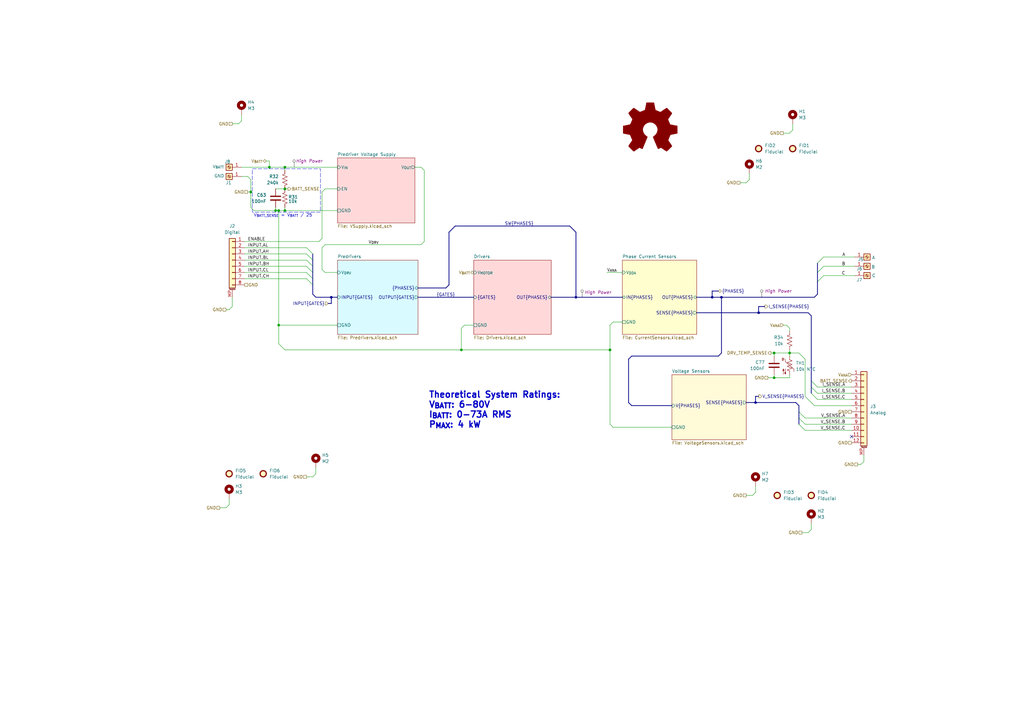
<source format=kicad_sch>
(kicad_sch (version 20231120) (generator "eeschema") (generator_version "8.0")
  (paper "A3")
  (title_block (title "3 Phase Motor Driver") (date "2024-05-19") (rev "1") (company "Crab Labs") (comment 1 "Author: Orion Serup") (comment 2 "License: CERN-OHL-W-2.0"))
  (lib_symbols
    (symbol "Connector:Screw_Terminal_01x01" (pin_names (offset 1.016) hide)
      (property "Reference" "J" (at 0 2.54 0))
      (property "Value" "Screw_Terminal_01x01" (at 0 -2.54 0))
      (symbol "Screw_Terminal_01x01_1_1"
        (rectangle (start -1.27 1.27) (end 1.27 -1.27) (stroke (width 0.254)) (fill (type background)))
        (polyline (pts (xy -0.5334 0.3302) (xy 0.3302 -0.508)) (stroke (width 0.1524)))
        (polyline (pts (xy -0.3556 0.508) (xy 0.508 -0.3302)) (stroke (width 0.1524)))
        (circle (center 0 0) (radius 0.635) (stroke (width 0.1524)))
        (pin passive line (at -5.08 0 0) (length 3.81) (name "Pin_1") (number "1"))
      )
    )
    (symbol "Connector_Generic_MountingPin:Conn_01x08_MountingPin" (pin_names (offset 1.016) hide)
      (property "Reference" "J" (at 0 10.16 0))
      (property "Value" "Conn_01x08_MountingPin" (at 1.27 -12.7 0))
      (symbol "Conn_01x08_MountingPin_1_1"
        (rectangle (start -1.27 -10.033) (end 0 -10.287) (stroke (width 0.1524)))
        (rectangle (start -1.27 -7.493) (end 0 -7.747) (stroke (width 0.1524)))
        (rectangle (start -1.27 -4.953) (end 0 -5.207) (stroke (width 0.1524)))
        (rectangle (start -1.27 -2.413) (end 0 -2.667) (stroke (width 0.1524)))
        (rectangle (start -1.27 0.127) (end 0 -0.127) (stroke (width 0.1524)))
        (rectangle (start -1.27 2.667) (end 0 2.413) (stroke (width 0.1524)))
        (rectangle (start -1.27 5.207) (end 0 4.953) (stroke (width 0.1524)))
        (rectangle (start -1.27 7.747) (end 0 7.493) (stroke (width 0.1524)))
        (rectangle (start -1.27 8.89) (end 1.27 -11.43) (stroke (width 0.254)) (fill (type background)))
        (polyline (pts (xy -1.016 -12.192) (xy 1.016 -12.192)) (stroke (width 0.1524)))
        (text "Mounting" (at 0 -11.811 0) (effects (font (size 0.381 0.381))))
        (pin passive line (at -5.08 7.62 0) (length 3.81) (name "Pin_1") (number "1"))
        (pin passive line (at -5.08 5.08 0) (length 3.81) (name "Pin_2") (number "2"))
        (pin passive line (at -5.08 2.54 0) (length 3.81) (name "Pin_3") (number "3"))
        (pin passive line (at -5.08 0 0) (length 3.81) (name "Pin_4") (number "4"))
        (pin passive line (at -5.08 -2.54 0) (length 3.81) (name "Pin_5") (number "5"))
        (pin passive line (at -5.08 -5.08 0) (length 3.81) (name "Pin_6") (number "6"))
        (pin passive line (at -5.08 -7.62 0) (length 3.81) (name "Pin_7") (number "7"))
        (pin passive line (at -5.08 -10.16 0) (length 3.81) (name "Pin_8") (number "8"))
        (pin passive line (at 0 -15.24 90) (length 3.048) (name "MountPin") (number "MP"))
      )
    )
    (symbol "Connector_Generic_MountingPin:Conn_01x12_MountingPin" (pin_names (offset 1.016) hide)
      (property "Reference" "J" (at 0 15.24 0))
      (property "Value" "Conn_01x12_MountingPin" (at 1.27 -17.78 0))
      (symbol "Conn_01x12_MountingPin_1_1"
        (rectangle (start -1.27 -15.113) (end 0 -15.367) (stroke (width 0.1524)))
        (rectangle (start -1.27 -12.573) (end 0 -12.827) (stroke (width 0.1524)))
        (rectangle (start -1.27 -10.033) (end 0 -10.287) (stroke (width 0.1524)))
        (rectangle (start -1.27 -7.493) (end 0 -7.747) (stroke (width 0.1524)))
        (rectangle (start -1.27 -4.953) (end 0 -5.207) (stroke (width 0.1524)))
        (rectangle (start -1.27 -2.413) (end 0 -2.667) (stroke (width 0.1524)))
        (rectangle (start -1.27 0.127) (end 0 -0.127) (stroke (width 0.1524)))
        (rectangle (start -1.27 2.667) (end 0 2.413) (stroke (width 0.1524)))
        (rectangle (start -1.27 5.207) (end 0 4.953) (stroke (width 0.1524)))
        (rectangle (start -1.27 7.747) (end 0 7.493) (stroke (width 0.1524)))
        (rectangle (start -1.27 10.287) (end 0 10.033) (stroke (width 0.1524)))
        (rectangle (start -1.27 12.827) (end 0 12.573) (stroke (width 0.1524)))
        (rectangle (start -1.27 13.97) (end 1.27 -16.51) (stroke (width 0.254)) (fill (type background)))
        (polyline (pts (xy -1.016 -17.272) (xy 1.016 -17.272)) (stroke (width 0.1524)))
        (text "Mounting" (at 0 -16.891 0) (effects (font (size 0.381 0.381))))
        (pin passive line (at -5.08 12.7 0) (length 3.81) (name "Pin_1") (number "1"))
        (pin passive line (at -5.08 -10.16 0) (length 3.81) (name "Pin_10") (number "10"))
        (pin passive line (at -5.08 -12.7 0) (length 3.81) (name "Pin_11") (number "11"))
        (pin passive line (at -5.08 -15.24 0) (length 3.81) (name "Pin_12") (number "12"))
        (pin passive line (at -5.08 10.16 0) (length 3.81) (name "Pin_2") (number "2"))
        (pin passive line (at -5.08 7.62 0) (length 3.81) (name "Pin_3") (number "3"))
        (pin passive line (at -5.08 5.08 0) (length 3.81) (name "Pin_4") (number "4"))
        (pin passive line (at -5.08 2.54 0) (length 3.81) (name "Pin_5") (number "5"))
        (pin passive line (at -5.08 0 0) (length 3.81) (name "Pin_6") (number "6"))
        (pin passive line (at -5.08 -2.54 0) (length 3.81) (name "Pin_7") (number "7"))
        (pin passive line (at -5.08 -5.08 0) (length 3.81) (name "Pin_8") (number "8"))
        (pin passive line (at -5.08 -7.62 0) (length 3.81) (name "Pin_9") (number "9"))
        (pin passive line (at 0 -20.32 90) (length 3.048) (name "MountPin") (number "MP"))
      )
    )
    (symbol "Device:C" (pin_numbers hide) (pin_names (offset 0.254))
      (property "Reference" "C" (at 0.635 2.54 0))
      (property "Value" "C" (at 0.635 -2.54 0))
      (symbol "C_0_1"
        (polyline (pts (xy -2.032 -0.762) (xy 2.032 -0.762)) (stroke (width 0.508)))
        (polyline (pts (xy -2.032 0.762) (xy 2.032 0.762)) (stroke (width 0.508)))
      )
      (symbol "C_1_1"
        (pin passive line (at 0 3.81 270) (length 2.794) (name "~") (number "1"))
        (pin passive line (at 0 -3.81 90) (length 2.794) (name "~") (number "2"))
      )
    )
    (symbol "Device:R_US" (pin_numbers hide) (pin_names (offset 0))
      (property "Reference" "R" (at 2.54 0 90))
      (property "Value" "R_US" (at -2.54 0 90))
      (symbol "R_US_0_1"
        (polyline (pts (xy 0 -2.286) (xy 0 -2.54)))
        (polyline (pts (xy 0 2.286) (xy 0 2.54)))
        (polyline (pts (xy 0 -0.762) (xy 1.016 -1.143) (xy 0 -1.524) (xy -1.016 -1.905) (xy 0 -2.286)))
        (polyline (pts (xy 0 0.762) (xy 1.016 0.381) (xy 0 0) (xy -1.016 -0.381) (xy 0 -0.762)))
        (polyline (pts (xy 0 2.286) (xy 1.016 1.905) (xy 0 1.524) (xy -1.016 1.143) (xy 0 0.762)))
      )
      (symbol "R_US_1_1"
        (pin passive line (at 0 3.81 270) (length 1.27) (name "~") (number "1"))
        (pin passive line (at 0 -3.81 90) (length 1.27) (name "~") (number "2"))
      )
    )
    (symbol "Device:Thermistor_NTC_US" (pin_numbers hide) (pin_names (offset 0))
      (property "Reference" "TH" (at -4.445 0 90))
      (property "Value" "Thermistor_NTC_US" (at 3.175 0 90))
      (symbol "Thermistor_NTC_US_0_1"
        (arc (start -3.048 2.159) (mid -3.0495 2.3143) (end -3.175 2.413))
        (arc (start -3.048 2.159) (mid -2.9736 1.9794) (end -2.794 1.905))
        (arc (start -3.048 2.794) (mid -2.9736 2.6144) (end -2.794 2.54))
        (arc (start -2.794 1.905) (mid -2.6144 1.9794) (end -2.54 2.159))
        (arc (start -2.794 2.54) (mid -2.4393 2.5587) (end -2.159 2.794))
        (arc (start -2.794 3.048) (mid -2.9736 2.9736) (end -3.048 2.794))
        (arc (start -2.54 2.794) (mid -2.6144 2.9736) (end -2.794 3.048))
        (polyline (pts (xy -2.54 2.159) (xy -2.54 2.794)))
        (polyline (pts (xy 0 -2.286) (xy 0 -2.54)))
        (polyline (pts (xy 0 2.286) (xy 0 2.54)))
        (polyline (pts (xy -1.778 2.54) (xy -1.778 1.524) (xy 1.778 -1.524) (xy 1.778 -2.54)))
        (polyline (pts (xy 0 -0.762) (xy 1.016 -1.143) (xy 0 -1.524) (xy -1.016 -1.905) (xy 0 -2.286)))
        (polyline (pts (xy 0 0.762) (xy 1.016 0.381) (xy 0 0) (xy -1.016 -0.381) (xy 0 -0.762)))
        (polyline (pts (xy 0 2.286) (xy 1.016 1.905) (xy 0 1.524) (xy -1.016 1.143) (xy 0 0.762)))
        (polyline (pts (xy -2.54 -3.683) (xy -2.54 -1.397) (xy -2.794 -2.159) (xy -2.286 -2.159) (xy -2.54 -1.397) (xy -2.54 -1.651)) (fill (type outline)))
        (polyline (pts (xy -1.778 -1.397) (xy -1.778 -3.683) (xy -2.032 -2.921) (xy -1.524 -2.921) (xy -1.778 -3.683) (xy -1.778 -3.429)) (fill (type outline)))
      )
      (symbol "Thermistor_NTC_US_1_1"
        (pin passive line (at 0 3.81 270) (length 1.27) (name "~") (number "1"))
        (pin passive line (at 0 -3.81 90) (length 1.27) (name "~") (number "2"))
      )
    )
    (symbol "Graphic:Logo_Open_Hardware_Large" (in_bom no) (on_board no)
      (symbol "Logo_Open_Hardware_Large_1_1"
        (polyline (pts (xy 6.731 -8.7122) (xy 6.6294 -8.6614) (xy 6.35 -8.4836) (xy 5.9944 -8.255) (xy 5.5372 -7.9502) (xy 5.1054 -7.6454) (xy 4.7498 -7.4168) (xy 4.4958 -7.239) (xy 4.3942 -7.1882) (xy 4.318 -7.2136) (xy 4.1148 -7.3152) (xy 3.81 -7.4676) (xy 3.6322 -7.5692) (xy 3.3528 -7.6708) (xy 3.2258 -7.6962) (xy 3.2004 -7.6708) (xy 3.0988 -7.4676) (xy 2.9464 -7.0866) (xy 2.7178 -6.604) (xy 2.4892 -6.0452) (xy 2.2352 -5.4356) (xy 1.9558 -4.826) (xy 1.7272 -4.2164) (xy 1.4986 -3.683) (xy 1.3208 -3.2512) (xy 1.2192 -2.9464) (xy 1.1684 -2.8194) (xy 1.1938 -2.794) (xy 1.3208 -2.667) (xy 1.5748 -2.4892) (xy 2.0828 -2.0574) (xy 2.6162 -1.397) (xy 2.921 -0.6604) (xy 3.048 0.1524) (xy 2.9464 0.9144) (xy 2.6416 1.6256) (xy 2.1336 2.286) (xy 1.524 2.7686) (xy 0.8128 3.0734) (xy 0 3.175) (xy -0.762 3.0988) (xy -1.4986 2.794) (xy -2.159 2.286) (xy -2.4384 1.9812) (xy -2.8194 1.3208) (xy -3.048 0.6096) (xy -3.0734 0.4318) (xy -3.0226 -0.3556) (xy -2.794 -1.0922) (xy -2.3876 -1.7526) (xy -1.8288 -2.3114) (xy -1.7526 -2.3622) (xy -1.4732 -2.5654) (xy -1.2954 -2.6924) (xy -1.1684 -2.8194) (xy -2.159 -5.207) (xy -2.3114 -5.588) (xy -2.5908 -6.2484) (xy -2.8194 -6.8072) (xy -3.0226 -7.2644) (xy -3.1496 -7.5692) (xy -3.2258 -7.6708) (xy -3.2258 -7.6962) (xy -3.302 -7.6962) (xy -3.4798 -7.6454) (xy -3.8354 -7.4676) (xy -4.0386 -7.366) (xy -4.2926 -7.239) (xy -4.4196 -7.1882) (xy -4.5212 -7.239) (xy -4.7498 -7.3914) (xy -5.1054 -7.6454) (xy -5.5372 -7.9248) (xy -5.9436 -8.2042) (xy -6.3246 -8.4582) (xy -6.604 -8.636) (xy -6.731 -8.7122) (xy -6.7564 -8.7122) (xy -6.858 -8.636) (xy -7.0866 -8.4582) (xy -7.4168 -8.1534) (xy -7.874 -7.6962) (xy -7.9502 -7.62) (xy -8.3312 -7.239) (xy -8.636 -6.9088) (xy -8.8392 -6.6802) (xy -8.9154 -6.5786) (xy -8.9154 -6.5786) (xy -8.8392 -6.4516) (xy -8.6614 -6.1722) (xy -8.4328 -5.7912) (xy -8.128 -5.3594) (xy -7.3152 -4.191) (xy -7.7724 -3.0988) (xy -7.8994 -2.7686) (xy -8.0772 -2.3622) (xy -8.2042 -2.0828) (xy -8.255 -1.9558) (xy -8.382 -1.905) (xy -8.6614 -1.8542) (xy -9.0932 -1.7526) (xy -9.6266 -1.651) (xy -10.1092 -1.5748) (xy -10.541 -1.4732) (xy -10.8712 -1.4224) (xy -11.0236 -1.397) (xy -11.049 -1.3716) (xy -11.0744 -1.2954) (xy -11.0998 -1.143) (xy -11.0998 -0.889) (xy -11.1252 -0.4572) (xy -11.1252 0.1524) (xy -11.1252 0.2286) (xy -11.0998 0.8128) (xy -11.0998 1.27) (xy -11.0744 1.5494) (xy -11.0744 1.6764) (xy -11.0744 1.6764) (xy -10.922 1.7018) (xy -10.6172 1.778) (xy -10.16 1.8542) (xy -9.652 1.9558) (xy -9.6012 1.9812) (xy -9.0932 2.0828) (xy -8.636 2.159) (xy -8.3312 2.2352) (xy -8.2042 2.286) (xy -8.1788 2.3114) (xy -8.0772 2.5146) (xy -7.9248 2.8448) (xy -7.747 3.2512) (xy -7.5692 3.6576) (xy -7.4168 4.0386) (xy -7.3152 4.318) (xy -7.2898 4.445) (xy -7.2898 4.445) (xy -7.366 4.572) (xy -7.5438 4.826) (xy -7.7978 5.207) (xy -8.128 5.6642) (xy -8.128 5.6896) (xy -8.4328 6.1468) (xy -8.6868 6.5278) (xy -8.8392 6.7818) (xy -8.9154 6.9088) (xy -8.9154 6.9088) (xy -8.8138 7.0358) (xy -8.5852 7.2898) (xy -8.255 7.6454) (xy -7.874 8.0264) (xy -7.747 8.1534) (xy -7.3152 8.5852) (xy -7.0104 8.8646) (xy -6.8326 8.9916) (xy -6.731 9.0424) (xy -6.731 9.0424) (xy -6.604 8.9408) (xy -6.3246 8.763) (xy -5.9436 8.509) (xy -5.4864 8.2042) (xy -5.461 8.1788) (xy -5.0038 7.874) (xy -4.6482 7.62) (xy -4.3688 7.4422) (xy -4.2672 7.3914) (xy -4.2418 7.3914) (xy -4.064 7.4422) (xy -3.7338 7.5438) (xy -3.3528 7.6962) (xy -2.9464 7.874) (xy -2.5654 8.0264) (xy -2.286 8.1534) (xy -2.159 8.2296) (xy -2.159 8.2296) (xy -2.1082 8.382) (xy -2.032 8.7122) (xy -1.9304 9.1694) (xy -1.8288 9.7282) (xy -1.8034 9.8044) (xy -1.7018 10.3378) (xy -1.6256 10.7696) (xy -1.5748 11.0744) (xy -1.524 11.2014) (xy -1.4478 11.2268) (xy -1.1938 11.2522) (xy -0.8128 11.2522) (xy -0.3302 11.2522) (xy 0.1524 11.2522) (xy 0.6604 11.2522) (xy 1.0668 11.2268) (xy 1.3716 11.2014) (xy 1.4986 11.176) (xy 1.4986 11.176) (xy 1.5494 11.0236) (xy 1.6256 10.6934) (xy 1.7018 10.2108) (xy 1.8288 9.6774) (xy 1.8288 9.5758) (xy 1.9304 9.0424) (xy 2.032 8.6106) (xy 2.0828 8.3058) (xy 2.1336 8.2042) (xy 2.159 8.1788) (xy 2.3876 8.0772) (xy 2.7432 7.9248) (xy 3.175 7.747) (xy 4.191 7.3406) (xy 5.461 8.2042) (xy 5.5626 8.2804) (xy 6.0198 8.5852) (xy 6.3754 8.8392) (xy 6.6294 8.9916) (xy 6.7564 9.0424) (xy 6.7564 9.0424) (xy 6.8834 8.9408) (xy 7.1374 8.7122) (xy 7.4676 8.382) (xy 7.8486 7.9756) (xy 8.1534 7.6962) (xy 8.4836 7.3406) (xy 8.7122 7.112) (xy 8.8392 6.9596) (xy 8.8646 6.858) (xy 8.8646 6.8072) (xy 8.7884 6.6802) (xy 8.6106 6.4008) (xy 8.3312 6.0198) (xy 8.0264 5.588) (xy 7.7978 5.207) (xy 7.5184 4.8006) (xy 7.3406 4.4958) (xy 7.2898 4.3434) (xy 7.2898 4.2926) (xy 7.3914 4.0386) (xy 7.5184 3.683) (xy 7.7216 3.2258) (xy 8.1534 2.2352) (xy 8.7884 2.1082) (xy 9.1948 2.0574) (xy 9.7536 1.9304) (xy 10.2616 1.8288) (xy 11.0998 1.6764) (xy 11.1252 -1.3208) (xy 10.9982 -1.3716) (xy 10.8712 -1.397) (xy 10.5664 -1.4732) (xy 10.1346 -1.5494) (xy 9.6266 -1.651) (xy 9.1948 -1.7272) (xy 8.7376 -1.8288) (xy 8.4328 -1.8796) (xy 8.2804 -1.905) (xy 8.255 -1.9558) (xy 8.1534 -2.159) (xy 7.9756 -2.5146) (xy 7.8232 -2.921) (xy 7.6454 -3.3274) (xy 7.493 -3.7338) (xy 7.366 -4.0132) (xy 7.3406 -4.191) (xy 7.3914 -4.2926) (xy 7.5692 -4.5466) (xy 7.7978 -4.9276) (xy 8.1026 -5.3594) (xy 8.4074 -5.7912) (xy 8.6614 -6.1722) (xy 8.8138 -6.4262) (xy 8.89 -6.5532) (xy 8.8646 -6.6548) (xy 8.6868 -6.858) (xy 8.3566 -7.1882) (xy 7.874 -7.6708) (xy 7.7978 -7.747) (xy 7.3914 -8.128) (xy 7.0612 -8.4328) (xy 6.8326 -8.636) (xy 6.731 -8.7122)) (fill (type outline)))
      )
    )
    (symbol "Mechanical:Fiducial" (exclude_from_sim yes) (in_bom no)
      (property "Reference" "FID" (at 0 5.08 0))
      (property "Value" "Fiducial" (at 0 3.175 0))
      (symbol "Fiducial_0_1"
        (circle (center 0 0) (radius 1.27) (stroke (width 0.508)) (fill (type background)))
      )
    )
    (symbol "Mechanical:MountingHole_Pad" (pin_numbers hide) (pin_names (offset 1.016) hide) (exclude_from_sim yes) (in_bom no)
      (property "Reference" "H" (at 0 6.35 0))
      (property "Value" "MountingHole_Pad" (at 0 4.445 0))
      (symbol "MountingHole_Pad_0_1"
        (circle (center 0 1.27) (radius 1.27) (stroke (width 1.27)))
      )
      (symbol "MountingHole_Pad_1_1"
        (pin input line (at 0 -2.54 90) (length 2.54) (name "1") (number "1"))
      )
    )
  )
  (bus_alias "GATES" (members "AH" "AL" "BH" "BL" "CH" "CL"))
  (bus_alias "PHASES" (members "A" "B" "C"))
  (junction (at 292.1 121.92))
  (junction (at 295.91 121.92))
  (junction (at 102.87 78.74))
  (junction (at 114.3 86.36))
  (junction (at 116.84 86.36))
  (junction (at 116.84 68.58))
  (junction (at 236.22 121.92))
  (junction (at 189.23 143.51))
  (junction (at 116.84 77.47))
  (junction (at 114.3 133.35))
  (junction (at 317.5 144.78))
  (junction (at 323.85 144.78))
  (junction (at 135.89 121.92))
  (junction (at 317.5 154.94))
  (junction (at 110.49 68.58))
  (junction (at 311.15 128.27))
  (junction (at 309.88 165.1))
  (junction (at 113.03 86.36))
  (junction (at 250.19 143.51))
  (no_connect (at 349.25 179.07))
  (bus_entry (at 128.27 109.22) (size -2.54 -2.54))
  (bus_entry (at 128.27 111.76) (size -2.54 -2.54))
  (bus_entry (at 128.27 106.68) (size -2.54 -2.54))
  (bus_entry (at 335.28 115.57) (size 2.54 -2.54))
  (bus_entry (at 327.66 173.99) (size 2.54 2.54))
  (bus_entry (at 332.74 158.75) (size 2.54 2.54))
  (bus_entry (at 332.74 156.21) (size 2.54 2.54))
  (bus_entry (at 335.28 107.95) (size 2.54 -2.54))
  (bus_entry (at 327.66 168.91) (size 2.54 2.54))
  (bus_entry (at 128.27 104.14) (size -2.54 -2.54))
  (bus_entry (at 335.28 111.76) (size 2.54 -2.54))
  (bus_entry (at 128.27 116.84) (size -2.54 -2.54))
  (bus_entry (at 128.27 114.3) (size -2.54 -2.54))
  (bus_entry (at 327.66 171.45) (size 2.54 2.54))
  (bus_entry (at 332.74 161.29) (size 2.54 2.54))
  (wire (pts (xy 90.17 208.28) (xy 92.71 208.28)))
  (wire (pts (xy 114.3 133.35) (xy 114.3 140.97)))
  (bus (pts (xy 129.54 121.92) (xy 135.89 121.92)))
  (wire (pts (xy 330.2 173.99) (xy 349.25 173.99)))
  (wire (pts (xy 100.33 114.3) (xy 125.73 114.3)))
  (wire (pts (xy 102.87 78.74) (xy 102.87 85.09)))
  (wire (pts (xy 129.54 191.77) (xy 129.54 194.31)))
  (wire (pts (xy 317.5 154.94) (xy 323.85 154.94)))
  (wire (pts (xy 354.33 186.69) (xy 354.33 189.23)))
  (bus (pts (xy 186.69 92.71) (xy 233.68 92.71)))
  (wire (pts (xy 330.2 162.56) (xy 330.2 147.32)))
  (wire (pts (xy 116.84 69.85) (xy 116.84 68.58)))
  (wire (pts (xy 116.84 86.36) (xy 138.43 86.36)))
  (wire (pts (xy 332.74 214.63) (xy 332.74 217.17)))
  (wire (pts (xy 100.33 99.06) (xy 130.81 99.06)))
  (bus (pts (xy 128.27 106.68) (xy 128.27 109.22)))
  (wire (pts (xy 251.46 132.08) (xy 255.27 132.08)))
  (bus (pts (xy 236.22 121.92) (xy 255.27 121.92)))
  (wire (pts (xy 330.2 171.45) (xy 349.25 171.45)))
  (wire (pts (xy 99.06 68.58) (xy 110.49 68.58)))
  (wire (pts (xy 113.03 85.09) (xy 113.03 86.36)))
  (wire (pts (xy 172.72 68.58) (xy 173.99 69.85)))
  (wire (pts (xy 102.87 73.66) (xy 102.87 78.74)))
  (wire (pts (xy 190.5 133.35) (xy 189.23 134.62)))
  (wire (pts (xy 335.28 158.75) (xy 349.25 158.75)))
  (wire (pts (xy 335.28 161.29) (xy 349.25 161.29)))
  (bus (pts (xy 335.28 115.57) (xy 335.28 120.65)))
  (wire (pts (xy 189.23 134.62) (xy 189.23 143.51)))
  (wire (pts (xy 331.47 218.44) (xy 332.74 217.17)))
  (wire (pts (xy 133.35 111.76) (xy 138.43 111.76)))
  (wire (pts (xy 99.06 46.99) (xy 99.06 49.53)))
  (wire (pts (xy 114.3 133.35) (xy 138.43 133.35)))
  (wire (pts (xy 116.84 86.36) (xy 114.3 86.36)))
  (bus (pts (xy 292.1 119.38) (xy 294.64 119.38)))
  (bus (pts (xy 309.88 162.56) (xy 309.88 165.1)))
  (bus (pts (xy 327.66 166.37) (xy 326.39 165.1)))
  (wire (pts (xy 321.31 133.35) (xy 322.58 133.35)))
  (wire (pts (xy 109.22 66.04) (xy 110.49 66.04)))
  (wire (pts (xy 307.34 71.12) (xy 307.34 73.66)))
  (bus (pts (xy 335.28 107.95) (xy 335.28 111.76)))
  (wire (pts (xy 275.59 175.26) (xy 251.46 175.26)))
  (wire (pts (xy 323.85 54.61) (xy 325.12 53.34)))
  (bus (pts (xy 292.1 119.38) (xy 292.1 121.92)))
  (wire (pts (xy 110.49 66.04) (xy 110.49 68.58)))
  (bus (pts (xy 309.88 162.56) (xy 311.15 162.56)))
  (wire (pts (xy 104.14 86.36) (xy 113.03 86.36)))
  (bus (pts (xy 285.75 121.92) (xy 292.1 121.92)))
  (wire (pts (xy 101.6 78.74) (xy 102.87 78.74)))
  (bus (pts (xy 259.08 146.05) (xy 257.81 147.32)))
  (wire (pts (xy 330.2 147.32) (xy 327.66 144.78)))
  (wire (pts (xy 100.33 104.14) (xy 125.73 104.14)))
  (wire (pts (xy 308.61 203.2) (xy 309.88 201.93)))
  (wire (pts (xy 251.46 175.26) (xy 250.19 173.99)))
  (wire (pts (xy 132.08 101.6) (xy 132.08 110.49)))
  (bus (pts (xy 226.06 121.92) (xy 236.22 121.92)))
  (wire (pts (xy 100.33 101.6) (xy 125.73 101.6)))
  (bus (pts (xy 128.27 104.14) (xy 128.27 106.68)))
  (wire (pts (xy 100.33 109.22) (xy 125.73 109.22)))
  (wire (pts (xy 321.31 54.61) (xy 323.85 54.61)))
  (wire (pts (xy 194.31 133.35) (xy 190.5 133.35)))
  (wire (pts (xy 116.84 143.51) (xy 189.23 143.51)))
  (bus (pts (xy 327.66 168.91) (xy 327.66 171.45)))
  (wire (pts (xy 337.82 109.22) (xy 350.52 109.22)))
  (wire (pts (xy 100.33 106.68) (xy 125.73 106.68)))
  (bus (pts (xy 257.81 165.1) (xy 259.08 166.37)))
  (bus (pts (xy 128.27 114.3) (xy 128.27 116.84)))
  (bus (pts (xy 311.15 128.27) (xy 331.47 128.27)))
  (wire (pts (xy 250.19 133.35) (xy 250.19 143.51)))
  (bus (pts (xy 331.47 128.27) (xy 332.74 129.54)))
  (wire (pts (xy 97.79 50.8) (xy 99.06 49.53)))
  (bus (pts (xy 327.66 168.91) (xy 327.66 166.37)))
  (wire (pts (xy 130.81 99.06) (xy 132.08 97.79)))
  (bus (pts (xy 236.22 95.25) (xy 233.68 92.71)))
  (bus (pts (xy 306.07 165.1) (xy 309.88 165.1)))
  (wire (pts (xy 100.33 111.76) (xy 125.73 111.76)))
  (bus (pts (xy 311.15 125.73) (xy 311.15 128.27)))
  (wire (pts (xy 335.28 163.83) (xy 349.25 163.83)))
  (wire (pts (xy 113.03 77.47) (xy 116.84 77.47)))
  (wire (pts (xy 322.58 133.35) (xy 323.85 134.62)))
  (wire (pts (xy 330.2 176.53) (xy 349.25 176.53)))
  (bus (pts (xy 184.15 95.25) (xy 186.69 92.71)))
  (wire (pts (xy 116.84 85.09) (xy 116.84 86.36)))
  (wire (pts (xy 114.3 140.97) (xy 116.84 143.51)))
  (wire (pts (xy 325.12 50.8) (xy 325.12 53.34)))
  (wire (pts (xy 309.88 199.39) (xy 309.88 201.93)))
  (wire (pts (xy 323.85 144.78) (xy 323.85 146.05)))
  (bus (pts (xy 311.15 125.73) (xy 313.69 125.73)))
  (bus (pts (xy 128.27 116.84) (xy 128.27 120.65)))
  (wire (pts (xy 172.72 100.33) (xy 133.35 100.33)))
  (wire (pts (xy 248.92 111.76) (xy 255.27 111.76)))
  (bus (pts (xy 129.54 121.92) (xy 128.27 120.65)))
  (wire (pts (xy 93.98 204.47) (xy 93.98 207.01)))
  (bus (pts (xy 171.45 118.11) (xy 182.88 118.11)))
  (wire (pts (xy 323.85 134.62) (xy 323.85 135.89)))
  (wire (pts (xy 323.85 153.67) (xy 323.85 154.94)))
  (wire (pts (xy 93.98 127) (xy 95.25 125.73)))
  (wire (pts (xy 351.79 190.5) (xy 353.06 190.5)))
  (bus (pts (xy 294.64 146.05) (xy 259.08 146.05)))
  (wire (pts (xy 132.08 110.49) (xy 133.35 111.76)))
  (bus (pts (xy 327.66 171.45) (xy 327.66 173.99)))
  (wire (pts (xy 317.5 144.78) (xy 323.85 144.78)))
  (wire (pts (xy 132.08 78.74) (xy 133.35 77.47)))
  (wire (pts (xy 306.07 74.93) (xy 307.34 73.66)))
  (wire (pts (xy 250.19 143.51) (xy 250.19 173.99)))
  (wire (pts (xy 132.08 97.79) (xy 132.08 78.74)))
  (wire (pts (xy 92.71 127) (xy 93.98 127)))
  (wire (pts (xy 92.71 208.28) (xy 93.98 207.01)))
  (wire (pts (xy 95.25 50.8) (xy 97.79 50.8)))
  (bus (pts (xy 292.1 121.92) (xy 295.91 121.92)))
  (bus (pts (xy 335.28 111.76) (xy 335.28 115.57)))
  (wire (pts (xy 125.73 195.58) (xy 128.27 195.58)))
  (wire (pts (xy 95.25 121.92) (xy 95.25 125.73)))
  (bus (pts (xy 259.08 166.37) (xy 275.59 166.37)))
  (bus (pts (xy 184.15 95.25) (xy 184.15 116.84)))
  (bus (pts (xy 295.91 144.78) (xy 294.64 146.05)))
  (wire (pts (xy 317.5 153.67) (xy 317.5 154.94)))
  (bus (pts (xy 332.74 158.75) (xy 332.74 161.29)))
  (bus (pts (xy 295.91 121.92) (xy 295.91 144.78)))
  (bus (pts (xy 128.27 111.76) (xy 128.27 114.3)))
  (wire (pts (xy 334.01 166.37) (xy 330.2 162.56)))
  (bus (pts (xy 309.88 165.1) (xy 326.39 165.1)))
  (wire (pts (xy 349.25 166.37) (xy 334.01 166.37)))
  (wire (pts (xy 118.11 77.47) (xy 116.84 77.47)))
  (wire (pts (xy 173.99 69.85) (xy 173.99 99.06)))
  (bus (pts (xy 332.74 129.54) (xy 332.74 156.21)))
  (bus (pts (xy 285.75 128.27) (xy 311.15 128.27)))
  (wire (pts (xy 337.82 113.03) (xy 350.52 113.03)))
  (wire (pts (xy 99.06 72.39) (xy 101.6 72.39)))
  (wire (pts (xy 113.03 86.36) (xy 114.3 86.36)))
  (bus (pts (xy 171.45 121.92) (xy 194.31 121.92)))
  (bus (pts (xy 128.27 109.22) (xy 128.27 111.76)))
  (wire (pts (xy 303.53 74.93) (xy 306.07 74.93)))
  (bus (pts (xy 257.81 147.32) (xy 257.81 165.1)))
  (wire (pts (xy 170.18 68.58) (xy 172.72 68.58)))
  (wire (pts (xy 353.06 190.5) (xy 354.33 189.23)))
  (bus (pts (xy 236.22 95.25) (xy 236.22 121.92)))
  (wire (pts (xy 133.35 100.33) (xy 132.08 101.6)))
  (wire (pts (xy 189.23 143.51) (xy 250.19 143.51)))
  (wire (pts (xy 314.96 154.94) (xy 317.5 154.94)))
  (wire (pts (xy 328.93 218.44) (xy 331.47 218.44)))
  (bus (pts (xy 332.74 156.21) (xy 332.74 158.75)))
  (wire (pts (xy 250.19 133.35) (xy 251.46 132.08)))
  (bus (pts (xy 184.15 116.84) (xy 182.88 118.11)))
  (wire (pts (xy 323.85 143.51) (xy 323.85 144.78)))
  (bus (pts (xy 135.89 121.92) (xy 138.43 121.92)))
  (wire (pts (xy 133.35 77.47) (xy 138.43 77.47)))
  (bus (pts (xy 135.89 121.92) (xy 135.89 124.46)))
  (wire (pts (xy 173.99 99.06) (xy 172.72 100.33)))
  (wire (pts (xy 323.85 144.78) (xy 327.66 144.78)))
  (wire (pts (xy 337.82 105.41) (xy 350.52 105.41)))
  (wire (pts (xy 317.5 144.78) (xy 317.5 146.05)))
  (bus (pts (xy 134.62 124.46) (xy 135.89 124.46)))
  (wire (pts (xy 128.27 195.58) (xy 129.54 194.31)))
  (wire (pts (xy 316.23 144.78) (xy 317.5 144.78)))
  (wire (pts (xy 116.84 68.58) (xy 138.43 68.58)))
  (bus (pts (xy 334.01 121.92) (xy 335.28 120.65)))
  (wire (pts (xy 114.3 86.36) (xy 114.3 133.35)))
  (wire (pts (xy 306.07 203.2) (xy 308.61 203.2)))
  (wire (pts (xy 110.49 68.58) (xy 116.84 68.58)))
  (bus (pts (xy 295.91 121.92) (xy 334.01 121.92)))
  (wire (pts (xy 101.6 72.39) (xy 102.87 73.66)))
  (wire (pts (xy 102.87 85.09) (xy 104.14 86.36)))
  (rectangle (start 103.505 69.215) (end 131.445 86.995) (stroke (width 0) (type dash)))
  (text "V_{BATT_SENSE} = V_{BATT} / 25\n" (at 116.078 88.392 0) (effects (font (size 1.27 1.27))))
  (text "Theoretical System Ratings:\nV_{BATT}: 6-80V\nI_{BATT}: 0-73A RMS\nP_{MAX}: 4 kW" (at 175.768 168.148 0) (effects (font (size 2.54 2.54) (thickness 0.508) (bold yes)) (justify left)))
  (label "SW{PHASES}" (at 207.01 92.71 0))
  (label "{GATES}" (at 179.07 121.92 0))
  (label "ENABLE" (at 101.6 99.06 0))
  (label "INPUT.BL" (at 101.6 106.68 0))
  (label "A" (at 346.71 105.41 180))
  (label "V_{ANA}" (at 248.92 111.76 0))
  (label "C" (at 346.71 113.03 180))
  (label "I_SENSE.A" (at 346.71 158.75 180))
  (label "INPUT.BH" (at 101.6 109.22 0))
  (label "V_SENSE.B" (at 346.71 173.99 180))
  (label "V_{DRV}" (at 151.13 100.33 0))
  (label "INPUT.CL" (at 101.6 111.76 0))
  (label "INPUT.CH" (at 101.6 114.3 0))
  (label "INPUT.AH" (at 101.6 104.14 0))
  (label "V_SENSE.C" (at 346.71 176.53 180))
  (label "B" (at 346.71 109.22 180))
  (label "V_SENSE.A" (at 346.71 171.45 180))
  (label "I_SENSE.C" (at 346.71 163.83 180))
  (label "INPUT.AL" (at 101.6 101.6 0))
  (label "I_SENSE.B" (at 346.71 161.29 180))
  (hierarchical_label "GND" (shape passive) (at 321.31 54.61 180))
  (hierarchical_label "GND" (shape passive) (at 349.25 168.91 180))
  (hierarchical_label "V_{BATT}" (shape bidirectional) (at 194.31 111.76 180))
  (hierarchical_label "GND" (shape passive) (at 303.53 74.93 180))
  (hierarchical_label "GND" (shape passive) (at 351.79 190.5 180))
  (hierarchical_label "GND" (shape passive) (at 306.07 203.2 180))
  (hierarchical_label "GND" (shape passive) (at 314.96 154.94 180))
  (hierarchical_label "GND" (shape passive) (at 349.25 181.61 180))
  (hierarchical_label "V_{ANA}" (shape input) (at 349.25 153.67 180))
  (hierarchical_label "{PHASES}" (shape bidirectional) (at 294.64 119.38 0))
  (hierarchical_label "GND" (shape passive) (at 125.73 195.58 180))
  (hierarchical_label "GND" (shape passive) (at 95.25 50.8 180))
  (hierarchical_label "GND" (shape passive) (at 90.17 208.28 180))
  (hierarchical_label "BATT_SENSE" (shape output) (at 349.25 156.21 180))
  (hierarchical_label "V_{ANA}" (shape input) (at 321.31 133.35 180))
  (hierarchical_label "V_SENSE{PHASES}" (shape output) (at 311.15 162.56 0))
  (hierarchical_label "GND" (shape passive) (at 92.71 127 180))
  (hierarchical_label "BATT_SENSE" (shape output) (at 118.11 77.47 0))
  (hierarchical_label "GND" (shape passive) (at 101.6 78.74 180))
  (hierarchical_label "V_{BATT}" (shape bidirectional) (at 109.22 66.04 180))
  (hierarchical_label "INPUT{GATES}" (shape input) (at 134.62 124.46 180))
  (hierarchical_label "DRV_TEMP_SENSE" (shape output) (at 316.23 144.78 180))
  (hierarchical_label "I_SENSE{PHASES}" (shape output) (at 313.69 125.73 0))
  (hierarchical_label "GND" (shape passive) (at 328.93 218.44 180))
  (hierarchical_label "GND" (shape passive) (at 100.33 116.84 0))
  (netclass_flag "" (length 2.54) (shape round) (at 312.42 121.92 0) (property "Netclass" "High Power" (at 313.69 119.38 0) (effects (font (italic yes)) (justify left))))
  (netclass_flag "" (length 2.54) (shape round) (at 120.65 68.58 0) (property "Netclass" "High Power" (at 121.3485 66.04 0) (effects (font (italic yes)) (justify left))))
  (netclass_flag "" (length 2.54) (shape round) (at 238.76 121.92 0) (property "Netclass" "High Power" (at 239.776 119.888 0) (effects (font (italic yes)) (justify left))))
  (symbol (lib_id "Device:R_US") (at 116.84 73.66 0) (mirror y) (unit 1)
    (property "Reference" "R32" (at 114.3 72.3899 0) (effects (justify left)))
    (property "Value" "240k" (at 114.3 74.9299 0) (effects (justify left)))
    (property "Footprint" "Resistor_SMD:R_0402_1005Metric" (effects (hide yes)))
    (property "Description" "Resistor, US symbol" (effects (hide yes)))
    (property "Rating" "100mW" (effects (hide yes)))
    (property "Source" "LCSC" (effects (hide yes)))
    (property "Manufacturer_Part_Number" "RTT03304JTP" (effects (hide yes)))
  )
  (symbol (lib_id "Device:C") (at 317.5 149.86 0) (mirror y) (unit 1)
    (property "Reference" "C77" (at 313.69 148.5899 0) (effects (justify left)))
    (property "Value" "100nF" (at 313.69 151.1299 0) (effects (justify left)))
    (property "Footprint" "Capacitor_SMD:C_0402_1005Metric" (effects (hide yes)))
    (property "Description" "Unpolarized capacitor" (effects (hide yes)))
    (property "Rating" "5V" (effects (hide yes)))
    (property "Source" "LCSC" (effects (hide yes)))
  )
  (symbol (lib_id "Graphic:Logo_Open_Hardware_Large") (at 266.7 53.34 0) (unit 1) (exclude_from_sim yes) (in_bom no)
    (property "Reference" "SYM1" (effects (hide yes)))
    (property "Value" "Logo_Open_Hardware_Large" (effects (hide yes)))
    (property "Footprint" "Symbol:OSHW-Symbol_8.9x8mm_SilkScreen" (effects (hide yes)))
    (property "Description" "Open Hardware logo, large" (effects (hide yes)))
    (property "Source" "N/A" (effects (hide yes)))
    (property "Manufacturer_Part_Number" "N/A" (effects (hide yes)))
  )
  (symbol (lib_id "Mechanical:MountingHole_Pad") (at 93.98 201.93 0) (unit 1) (exclude_from_sim yes) (in_bom no)
    (property "Reference" "H3" (at 96.52 199.3899 0) (effects (justify left)))
    (property "Value" "M3" (at 96.52 201.9299 0) (effects (justify left)))
    (property "Footprint" "MountingHole:MountingHole_3.2mm_M3_ISO14580_Pad_TopOnly" (effects (hide yes)))
    (property "Description" "Mounting Hole with connection" (effects (hide yes)))
    (property "Source" "N/A" (effects (hide yes)))
    (property "Manufacturer_Part_Number" "N/A" (effects (hide yes)))
  )
  (symbol (lib_id "Mechanical:MountingHole_Pad") (at 325.12 48.26 0) (unit 1) (exclude_from_sim yes) (in_bom no)
    (property "Reference" "H1" (at 327.66 45.7199 0) (effects (justify left)))
    (property "Value" "M3" (at 327.66 48.2599 0) (effects (justify left)))
    (property "Footprint" "MountingHole:MountingHole_3.2mm_M3_ISO14580_Pad_TopOnly" (effects (hide yes)))
    (property "Description" "Mounting Hole with connection" (effects (hide yes)))
    (property "Source" "N/A" (effects (hide yes)))
    (property "Manufacturer_Part_Number" "N/A" (effects (hide yes)))
  )
  (symbol (lib_id "Mechanical:Fiducial") (at 93.98 194.31 0) (unit 1) (exclude_from_sim yes) (in_bom no)
    (property "Reference" "FID5" (at 96.52 193.0399 0) (effects (justify left)))
    (property "Value" "Fiducial" (at 96.52 195.5799 0) (effects (justify left)))
    (property "Footprint" "Fiducial:Fiducial_0.5mm_Mask1mm" (effects (hide yes)))
    (property "Description" "Fiducial Marker" (effects (hide yes)))
    (property "Source" "N/A" (effects (hide yes)))
    (property "Manufacturer_Part_Number" "N/A" (effects (hide yes)))
  )
  (symbol (lib_id "Connector:Screw_Terminal_01x01") (at 93.98 72.39 180) (unit 1)
    (property "Reference" "J1" (at 94.996 74.93 0) (effects (justify left)))
    (property "Value" "GND" (at 91.948 72.136 0) (effects (justify left)))
    (property "Footprint" "OpenMD:DIP-4_252" (effects (hide yes)))
    (property "Description" "Generic screw terminal, single row, 01x01, script generated (kicad-library-utils/schlib/autogen/connector/)" (effects (hide yes)))
    (property "Rating" "80A" (effects (hide yes)))
    (property "Source" "Digikey" (effects (hide yes)))
    (property "Manufacturer_Part_Number" "AMT0440005TH0000G" (effects (hide yes)))
  )
  (symbol (lib_id "Connector:Screw_Terminal_01x01") (at 355.6 105.41 0) (unit 1)
    (property "Reference" "J5" (at 351.79 106.426 0) (effects (justify left)))
    (property "Value" "A" (at 357.632 105.664 0) (effects (justify left)))
    (property "Footprint" "OpenMD:DIP-4_252" (effects (hide yes)))
    (property "Description" "Generic screw terminal, single row, 01x01, script generated (kicad-library-utils/schlib/autogen/connector/)" (effects (hide yes)))
    (property "Rating" "80A" (effects (hide yes)))
    (property "Source" "Digikey" (effects (hide yes)))
    (property "Manufacturer_Part_Number" "AMT0440005TH0000G" (effects (hide yes)))
  )
  (symbol (lib_id "Connector_Generic_MountingPin:Conn_01x08_MountingPin") (at 95.25 106.68 0) (mirror y) (unit 1)
    (property "Reference" "J2" (at 95.25 92.71 0))
    (property "Value" "Digital" (at 95.25 95.25 0))
    (property "Footprint" "Connector_JST:JST_SH_SM08B-SRSS-TB_1x08-1MP_P1.00mm_Horizontal" (effects (hide yes)))
    (property "Description" "Generic connectable mounting pin connector, single row, 01x08, script generated (kicad-library-utils/schlib/autogen/connector/)" (effects (hide yes)))
    (property "Manufacturer_Part_Number" "SM08B-SRSS-TB(LF)(SN)" (effects (hide yes)))
    (property "Source" "LCSC" (effects (hide yes)))
  )
  (symbol (lib_id "Mechanical:MountingHole_Pad") (at 332.74 212.09 0) (unit 1) (exclude_from_sim yes) (in_bom no)
    (property "Reference" "H2" (at 335.28 209.5499 0) (effects (justify left)))
    (property "Value" "M3" (at 335.28 212.0899 0) (effects (justify left)))
    (property "Footprint" "MountingHole:MountingHole_3.2mm_M3_ISO14580_Pad_TopOnly" (effects (hide yes)))
    (property "Description" "Mounting Hole with connection" (effects (hide yes)))
    (property "Source" "N/A" (effects (hide yes)))
    (property "Manufacturer_Part_Number" "N/A" (effects (hide yes)))
  )
  (symbol (lib_id "Mechanical:Fiducial") (at 311.15 60.96 0) (unit 1) (exclude_from_sim yes) (in_bom no)
    (property "Reference" "FID2" (at 313.69 59.6899 0) (effects (justify left)))
    (property "Value" "Fiducial" (at 313.69 62.2299 0) (effects (justify left)))
    (property "Footprint" "Fiducial:Fiducial_0.5mm_Mask1mm" (effects (hide yes)))
    (property "Description" "Fiducial Marker" (effects (hide yes)))
    (property "Source" "N/A" (effects (hide yes)))
    (property "Manufacturer_Part_Number" "N/A" (effects (hide yes)))
  )
  (symbol (lib_id "Mechanical:Fiducial") (at 325.12 60.96 0) (unit 1) (exclude_from_sim yes) (in_bom no)
    (property "Reference" "FID1" (at 327.66 59.6899 0) (effects (justify left)))
    (property "Value" "Fiducial" (at 327.66 62.2299 0) (effects (justify left)))
    (property "Footprint" "Fiducial:Fiducial_0.5mm_Mask1mm" (effects (hide yes)))
    (property "Description" "Fiducial Marker" (effects (hide yes)))
    (property "Source" "N/A" (effects (hide yes)))
    (property "Manufacturer_Part_Number" "N/A" (effects (hide yes)))
  )
  (symbol (lib_id "Connector_Generic_MountingPin:Conn_01x12_MountingPin") (at 354.33 166.37 0) (unit 1)
    (property "Reference" "J3" (at 356.87 166.7255 0) (effects (justify left)))
    (property "Value" "Analog" (at 356.87 169.2655 0) (effects (justify left)))
    (property "Footprint" "Connector_JST:JST_SH_SM12B-SRSS-TB_1x12-1MP_P1.00mm_Horizontal" (effects (hide yes)))
    (property "Description" "Generic connectable mounting pin connector, single row, 01x12, script generated (kicad-library-utils/schlib/autogen/connector/)" (effects (hide yes)))
    (property "Rating" "1A" (effects (hide yes)))
    (property "Source" "LCSC" (effects (hide yes)))
    (property "Manufacturer_Part_Number" "SM12B-SRSS-TB(LF)(SN)" (effects (hide yes)))
  )
  (symbol (lib_id "Device:R_US") (at 116.84 81.28 0) (mirror y) (unit 1)
    (property "Reference" "R31" (at 122.174 80.772 0) (effects (justify left)))
    (property "Value" "10k" (at 121.92 82.55 0) (effects (justify left)))
    (property "Footprint" "Resistor_SMD:R_0402_1005Metric" (effects (hide yes)))
    (property "Description" "Resistor, US symbol" (effects (hide yes)))
    (property "Rating" "100mW" (effects (hide yes)))
    (property "Source" "LCSC" (effects (hide yes)))
    (property "Manufacturer_Part_Number" "SCR0603J10K" (effects (hide yes)))
  )
  (symbol (lib_id "Device:R_US") (at 323.85 139.7 0) (mirror y) (unit 1)
    (property "Reference" "R34" (at 321.31 138.4299 0) (effects (justify left)))
    (property "Value" "10k" (at 321.31 140.9699 0) (effects (justify left)))
    (property "Footprint" "Resistor_SMD:R_0402_1005Metric" (effects (hide yes)))
    (property "Description" "Resistor, US symbol" (effects (hide yes)))
    (property "Rating" "100mW" (effects (hide yes)))
    (property "Source" "LCSC" (effects (hide yes)))
    (property "Manufacturer_Part_Number" "SCR0603J10K" (effects (hide yes)))
  )
  (symbol (lib_id "Mechanical:Fiducial") (at 107.95 194.31 0) (unit 1) (exclude_from_sim yes) (in_bom no)
    (property "Reference" "FID6" (at 110.49 193.0399 0) (effects (justify left)))
    (property "Value" "Fiducial" (at 110.49 195.5799 0) (effects (justify left)))
    (property "Footprint" "Fiducial:Fiducial_0.5mm_Mask1mm" (effects (hide yes)))
    (property "Description" "Fiducial Marker" (effects (hide yes)))
    (property "Source" "N/A" (effects (hide yes)))
    (property "Manufacturer_Part_Number" "N/A" (effects (hide yes)))
  )
  (symbol (lib_id "Mechanical:MountingHole_Pad") (at 129.54 189.23 0) (unit 1) (exclude_from_sim yes) (in_bom no)
    (property "Reference" "H5" (at 132.08 186.6899 0) (effects (justify left)))
    (property "Value" "M2" (at 132.08 189.2299 0) (effects (justify left)))
    (property "Footprint" "MountingHole:MountingHole_2.2mm_M2_ISO7380_Pad_TopOnly" (effects (hide yes)))
    (property "Description" "Mounting Hole with connection" (effects (hide yes)))
    (property "Source" "N/A" (effects (hide yes)))
    (property "Manufacturer_Part_Number" "N/A" (effects (hide yes)))
  )
  (symbol (lib_id "Mechanical:MountingHole_Pad") (at 307.34 68.58 0) (unit 1) (exclude_from_sim yes) (in_bom no)
    (property "Reference" "H6" (at 309.88 66.0399 0) (effects (justify left)))
    (property "Value" "M2" (at 309.88 68.5799 0) (effects (justify left)))
    (property "Footprint" "MountingHole:MountingHole_2.2mm_M2_DIN965_Pad_TopOnly" (effects (hide yes)))
    (property "Description" "Mounting Hole with connection" (effects (hide yes)))
    (property "Source" "N/A" (effects (hide yes)))
    (property "Manufacturer_Part_Number" "N/A" (effects (hide yes)))
  )
  (symbol (lib_id "Device:Thermistor_NTC_US") (at 323.85 149.86 0) (unit 1)
    (property "Reference" "TH1" (at 326.39 148.9074 0) (effects (justify left)))
    (property "Value" "10k NTC" (at 326.39 151.4474 0) (effects (justify left)))
    (property "Footprint" "Resistor_SMD:R_0402_1005Metric" (effects (hide yes)))
    (property "Description" "Temperature dependent resistor, negative temperature coefficient, US symbol" (effects (hide yes)))
    (property "Rating" "100mW" (effects (hide yes)))
    (property "Source" "LCSC" (effects (hide yes)))
    (property "Manufacturer_Part_Number" "KNTC0603/10KJ3950" (effects (hide yes)))
  )
  (symbol (lib_id "Mechanical:Fiducial") (at 332.74 203.2 0) (unit 1) (exclude_from_sim yes) (in_bom no)
    (property "Reference" "FID4" (at 335.28 201.9299 0) (effects (justify left)))
    (property "Value" "Fiducial" (at 335.28 204.4699 0) (effects (justify left)))
    (property "Footprint" "Fiducial:Fiducial_0.5mm_Mask1mm" (effects (hide yes)))
    (property "Description" "Fiducial Marker" (effects (hide yes)))
    (property "Source" "N/A" (effects (hide yes)))
    (property "Manufacturer_Part_Number" "N/A" (effects (hide yes)))
  )
  (symbol (lib_id "Mechanical:Fiducial") (at 318.77 203.2 0) (unit 1) (exclude_from_sim yes) (in_bom no)
    (property "Reference" "FID3" (at 321.31 201.9299 0) (effects (justify left)))
    (property "Value" "Fiducial" (at 321.31 204.4699 0) (effects (justify left)))
    (property "Footprint" "Fiducial:Fiducial_0.5mm_Mask1mm" (effects (hide yes)))
    (property "Description" "Fiducial Marker" (effects (hide yes)))
    (property "Source" "N/A" (effects (hide yes)))
    (property "Manufacturer_Part_Number" "N/A" (effects (hide yes)))
  )
  (symbol (lib_id "Connector:Screw_Terminal_01x01") (at 355.6 109.22 0) (unit 1)
    (property "Reference" "J6" (at 351.282 110.236 0) (effects (justify left)))
    (property "Value" "B" (at 357.378 109.474 0) (effects (justify left)))
    (property "Footprint" "OpenMD:DIP-4_252" (effects (hide yes)))
    (property "Description" "Generic screw terminal, single row, 01x01, script generated (kicad-library-utils/schlib/autogen/connector/)" (effects (hide yes)))
    (property "Rating" "80A" (effects (hide yes)))
    (property "Source" "Digikey" (effects (hide yes)))
    (property "Manufacturer_Part_Number" "AMT0440005TH0000G" (effects (hide yes)))
  )
  (symbol (lib_id "Mechanical:MountingHole_Pad") (at 309.88 196.85 0) (unit 1) (exclude_from_sim yes) (in_bom no)
    (property "Reference" "H7" (at 312.42 194.3099 0) (effects (justify left)))
    (property "Value" "M2" (at 312.42 196.8499 0) (effects (justify left)))
    (property "Footprint" "MountingHole:MountingHole_2.2mm_M2_DIN965_Pad_TopOnly" (effects (hide yes)))
    (property "Description" "Mounting Hole with connection" (effects (hide yes)))
    (property "Source" "N/A" (effects (hide yes)))
    (property "Manufacturer_Part_Number" "N/A" (effects (hide yes)))
  )
  (symbol (lib_id "Connector:Screw_Terminal_01x01") (at 93.98 68.58 180) (unit 1)
    (property "Reference" "J8" (at 94.488 66.294 0) (effects (justify left)))
    (property "Value" "V_{BATT}" (at 91.948 68.326 0) (effects (justify left)))
    (property "Footprint" "OpenMD:DIP-4_252" (effects (hide yes)))
    (property "Description" "Generic screw terminal, single row, 01x01, script generated (kicad-library-utils/schlib/autogen/connector/)" (effects (hide yes)))
    (property "Rating" "80A" (effects (hide yes)))
    (property "Source" "Digikey" (effects (hide yes)))
    (property "Manufacturer_Part_Number" "AMT0440005TH0000G" (effects (hide yes)))
  )
  (symbol (lib_id "Device:C") (at 113.03 81.28 0) (mirror y) (unit 1)
    (property "Reference" "C63" (at 109.22 80.0099 0) (effects (justify left)))
    (property "Value" "100nF" (at 109.22 82.5499 0) (effects (justify left)))
    (property "Footprint" "Capacitor_SMD:C_0402_1005Metric" (effects (hide yes)))
    (property "Description" "Unpolarized capacitor" (effects (hide yes)))
    (property "Rating" "5V" (effects (hide yes)))
    (property "Source" "LCSC" (effects (hide yes)))
  )
  (symbol (lib_id "Mechanical:MountingHole_Pad") (at 99.06 44.45 0) (unit 1) (exclude_from_sim yes) (in_bom no)
    (property "Reference" "H4" (at 101.6 41.9099 0) (effects (justify left)))
    (property "Value" "M3" (at 101.6 44.4499 0) (effects (justify left)))
    (property "Footprint" "MountingHole:MountingHole_3.2mm_M3_ISO14580_Pad_TopOnly" (effects (hide yes)))
    (property "Description" "Mounting Hole with connection" (effects (hide yes)))
    (property "Source" "N/A" (effects (hide yes)))
    (property "Manufacturer_Part_Number" "N/A" (effects (hide yes)))
  )
  (symbol (lib_id "Connector:Screw_Terminal_01x01") (at 355.6 113.03 0) (unit 1)
    (property "Reference" "J7" (at 351.282 114.808 0) (effects (justify left)))
    (property "Value" "C" (at 357.632 113.03 0) (effects (justify left)))
    (property "Footprint" "OpenMD:DIP-4_252" (effects (hide yes)))
    (property "Description" "Generic screw terminal, single row, 01x01, script generated (kicad-library-utils/schlib/autogen/connector/)" (effects (hide yes)))
    (property "Rating" "80A" (effects (hide yes)))
    (property "Source" "Digikey" (effects (hide yes)))
    (property "Manufacturer_Part_Number" "AMT0440005TH0000G" (effects (hide yes)))
  )
  (sheet (at 138.43 106.68) (size 33.02 30.48) (stroke (width 0.1524)) (fill (color 0 227 255 0.1500))
    (property "Sheetname" "Predrivers" (at 138.43 105.9684 0) (effects (justify left bottom)))
    (property "Sheetfile" "Predrivers.kicad_sch" (at 138.43 137.7446 0) (effects (justify left top)))
    (pin "V_{DRV}" input (at 138.43 111.76 180))
    (pin "GND" passive (at 138.43 133.35 180))
    (pin "INPUT{GATES}" input (at 138.43 121.92 180))
    (pin "{PHASES}" bidirectional (at 171.45 118.11 0))
    (pin "OUTPUT{GATES}" output (at 171.45 121.92 0))
  )
  (sheet (at 138.43 64.77) (size 31.75 26.67) (stroke (width 0.1524)) (fill (color 255 0 0 0.1500))
    (property "Sheetname" "Predriver Voltage Supply" (at 138.43 64.0584 0) (effects (justify left bottom)))
    (property "Sheetfile" "VSupply.kicad_sch" (at 138.43 92.0246 0) (effects (justify left top)))
    (pin "V_{IN}" input (at 138.43 68.58 180))
    (pin "GND" passive (at 138.43 86.36 180))
    (pin "EN" input (at 138.43 77.47 180))
    (pin "V_{OUT}" output (at 170.18 68.58 0))
  )
  (sheet (at 255.27 106.68) (size 30.48 30.48) (stroke (width 0.1524)) (fill (color 255 247 0 0.1900))
    (property "Sheetname" "Phase Current Sensors" (at 255.27 105.9684 0) (effects (justify left bottom)))
    (property "Sheetfile" "CurrentSensors.kicad_sch" (at 255.27 137.7446 0) (effects (justify left top)))
    (pin "SENSE{PHASES}" output (at 285.75 128.27 0))
    (pin "GND" passive (at 255.27 132.08 180))
    (pin "V_{DDA}" input (at 255.27 111.76 180))
    (pin "IN{PHASES}" bidirectional (at 255.27 121.92 180))
    (pin "OUT{PHASES}" bidirectional (at 285.75 121.92 0))
  )
  (sheet (at 194.31 106.68) (size 31.75 30.48) (stroke (width 0.1524)) (fill (color 255 0 0 0.1500))
    (property "Sheetname" "Drivers" (at 194.31 105.9684 0) (effects (justify left bottom)))
    (property "Sheetfile" "Drivers.kicad_sch" (at 194.31 137.7446 0) (effects (justify left top)))
    (pin "GND" passive (at 194.31 133.35 180))
    (pin "V_{MOTOR}" input (at 194.31 111.76 180))
    (pin "OUT{PHASES}" bidirectional (at 226.06 121.92 0))
    (pin "{GATES}" input (at 194.31 121.92 180))
  )
  (sheet (at 275.59 153.67) (size 30.48 26.67) (stroke (width 0.1524)) (fill (color 255 231 0 0.1500))
    (property "Sheetname" "Voltage Sensors" (at 275.59 152.9584 0) (effects (justify left bottom)))
    (property "Sheetfile" "VoltageSensors.kicad_sch" (at 275.59 180.9246 0) (effects (justify left top)))
    (pin "GND" passive (at 275.59 175.26 180))
    (pin "SENSE{PHASES}" output (at 306.07 165.1 0))
    (pin "V{PHASES}" input (at 275.59 166.37 180))
  )
)
</source>
